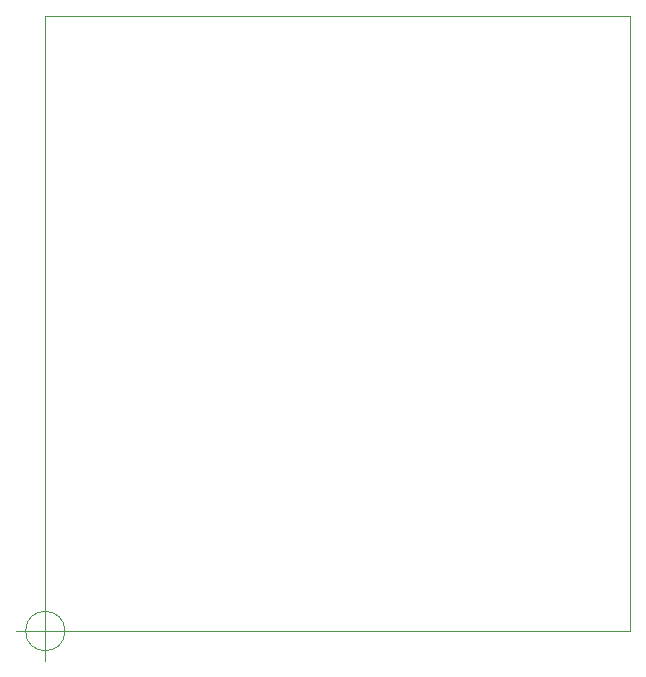
<source format=gbr>
%TF.GenerationSoftware,KiCad,Pcbnew,(5.1.10)-1*%
%TF.CreationDate,2022-01-17T10:12:51+08:00*%
%TF.ProjectId,armband_controller_ver2.0,61726d62-616e-4645-9f63-6f6e74726f6c,rev?*%
%TF.SameCoordinates,PX8a12ae0PY621abf0*%
%TF.FileFunction,Profile,NP*%
%FSLAX46Y46*%
G04 Gerber Fmt 4.6, Leading zero omitted, Abs format (unit mm)*
G04 Created by KiCad (PCBNEW (5.1.10)-1) date 2022-01-17 10:12:51*
%MOMM*%
%LPD*%
G01*
G04 APERTURE LIST*
%TA.AperFunction,Profile*%
%ADD10C,0.050000*%
%TD*%
%TA.AperFunction,Profile*%
%ADD11C,0.100000*%
%TD*%
G04 APERTURE END LIST*
D10*
X1666666Y0D02*
G75*
G03*
X1666666Y0I-1666666J0D01*
G01*
X-2500000Y0D02*
X2500000Y0D01*
X0Y2500000D02*
X0Y-2500000D01*
D11*
X49530000Y52070000D02*
X49530000Y0D01*
X0Y52070000D02*
X49530000Y52070000D01*
X0Y0D02*
X0Y52070000D01*
X49530000Y0D02*
X0Y0D01*
M02*

</source>
